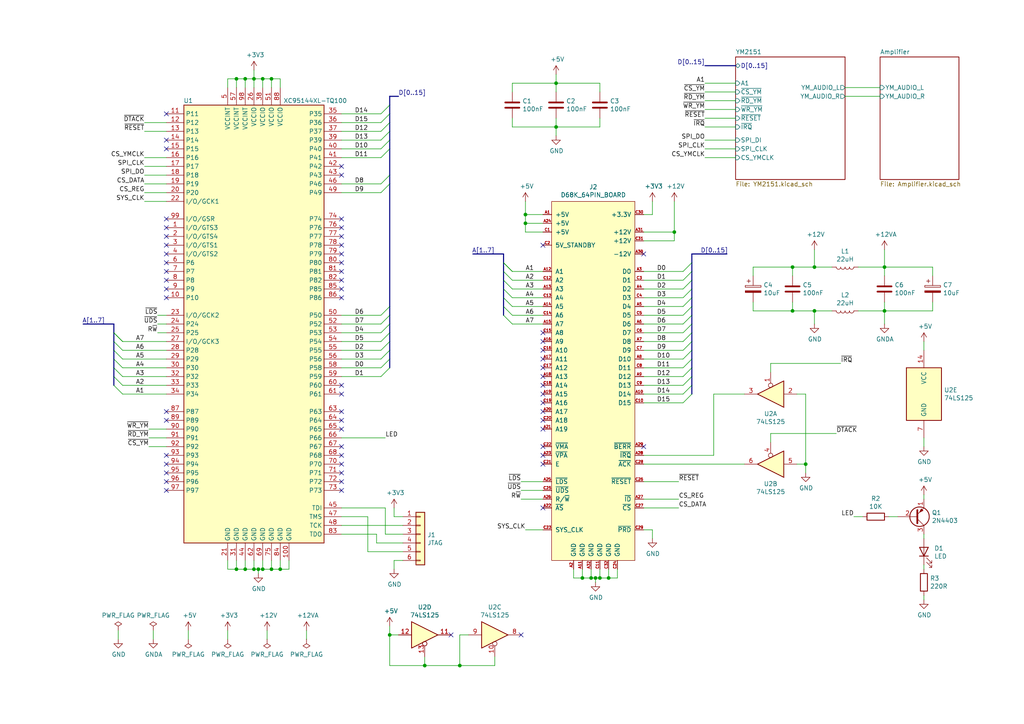
<source format=kicad_sch>
(kicad_sch (version 20230121) (generator eeschema)
  (paper "A4")
  (lib_symbols
    (symbol "74xx:74LS125" (pin_names (offset 1.016))
      (property "Reference" "U" (at 0 1.27 0))
      (property "Value" "74LS125" (at 0 -1.27 0))
      (symbol "74LS125_1_0"
        (pin input inverted (at 0 -6.35 90) (length 4.445) (name "~") (number "1"))
        (pin input line (at -7.62 0 0) (length 3.81) (name "~") (number "2"))
        (pin tri_state line (at 7.62 0 180) (length 3.81) (name "~") (number "3"))
      )
      (symbol "74LS125_2_0"
        (pin input inverted (at 0 -6.35 90) (length 4.445) (name "~") (number "4"))
        (pin input line (at -7.62 0 0) (length 3.81) (name "~") (number "5"))
        (pin tri_state line (at 7.62 0 180) (length 3.81) (name "~") (number "6"))
      )
      (symbol "74LS125_3_0"
        (pin input inverted (at 0 -6.35 90) (length 4.445) (name "~") (number "10"))
        (pin tri_state line (at 7.62 0 180) (length 3.81) (name "~") (number "8"))
        (pin input line (at -7.62 0 0) (length 3.81) (name "~") (number "9"))
      )
      (symbol "74LS125_4_0"
        (pin tri_state line (at 7.62 0 180) (length 3.81) (name "~") (number "11"))
        (pin input line (at -7.62 0 0) (length 3.81) (name "~") (number "12"))
        (pin input inverted (at 0 -6.35 90) (length 4.445) (name "~") (number "13"))
      )
      (symbol "74LS125_5_0"
        (pin power_in line (at 0 12.7 270) (length 5.08) (name "VCC") (number "14"))
        (pin power_in line (at 0 -12.7 90) (length 5.08) (name "GND") (number "7"))
      )
    )
    (symbol "CPLD_Xilinx:XC95144XL-TQ100"
      (property "Reference" "U" (at -20.32 64.77 0))
      (property "Value" "XC95144XL-TQ100" (at -20.32 -64.77 0))
      (symbol "XC95144XL-TQ100_1_1"
        (pin bidirectional line (at -25.4 27.94 0) (length 5.08) (name "I/O/GTS3") (number "1"))
        (pin bidirectional line (at -25.4 7.62 0) (length 5.08) (name "P10") (number "10"))
        (pin power_in line (at 10.16 -68.58 90) (length 5.08) (name "GND") (number "100"))
        (pin bidirectional line (at -25.4 60.96 0) (length 5.08) (name "P11") (number "11"))
        (pin bidirectional line (at -25.4 58.42 0) (length 5.08) (name "P12") (number "12"))
        (pin bidirectional line (at -25.4 55.88 0) (length 5.08) (name "P13") (number "13"))
        (pin bidirectional line (at -25.4 53.34 0) (length 5.08) (name "P14") (number "14"))
        (pin bidirectional line (at -25.4 50.8 0) (length 5.08) (name "P15") (number "15"))
        (pin bidirectional line (at -25.4 48.26 0) (length 5.08) (name "P16") (number "16"))
        (pin bidirectional line (at -25.4 45.72 0) (length 5.08) (name "P17") (number "17"))
        (pin bidirectional line (at -25.4 43.18 0) (length 5.08) (name "P18") (number "18"))
        (pin bidirectional line (at -25.4 40.64 0) (length 5.08) (name "P19") (number "19"))
        (pin bidirectional line (at -25.4 25.4 0) (length 5.08) (name "I/O/GTS4") (number "2"))
        (pin bidirectional line (at -25.4 38.1 0) (length 5.08) (name "P20") (number "20"))
        (pin power_in line (at -7.62 -68.58 90) (length 5.08) (name "GND") (number "21"))
        (pin bidirectional line (at -25.4 35.56 0) (length 5.08) (name "I/O/GCK1") (number "22"))
        (pin bidirectional line (at -25.4 2.54 0) (length 5.08) (name "I/O/GCK2") (number "23"))
        (pin bidirectional line (at -25.4 0 0) (length 5.08) (name "P24") (number "24"))
        (pin bidirectional line (at -25.4 -2.54 0) (length 5.08) (name "P25") (number "25"))
        (pin power_in line (at 0 68.58 270) (length 5.08) (name "VCCIO") (number "26"))
        (pin bidirectional line (at -25.4 -5.08 0) (length 5.08) (name "I/O/GCK3") (number "27"))
        (pin bidirectional line (at -25.4 -7.62 0) (length 5.08) (name "P28") (number "28"))
        (pin bidirectional line (at -25.4 -10.16 0) (length 5.08) (name "P29") (number "29"))
        (pin bidirectional line (at -25.4 22.86 0) (length 5.08) (name "I/O/GTS1") (number "3"))
        (pin bidirectional line (at -25.4 -12.7 0) (length 5.08) (name "P30") (number "30"))
        (pin power_in line (at -5.08 -68.58 90) (length 5.08) (name "GND") (number "31"))
        (pin bidirectional line (at -25.4 -15.24 0) (length 5.08) (name "P32") (number "32"))
        (pin bidirectional line (at -25.4 -17.78 0) (length 5.08) (name "P33") (number "33"))
        (pin bidirectional line (at -25.4 -20.32 0) (length 5.08) (name "P34") (number "34"))
        (pin bidirectional line (at 25.4 60.96 180) (length 5.08) (name "P35") (number "35"))
        (pin bidirectional line (at 25.4 58.42 180) (length 5.08) (name "P36") (number "36"))
        (pin bidirectional line (at 25.4 55.88 180) (length 5.08) (name "P37") (number "37"))
        (pin power_in line (at 2.54 68.58 270) (length 5.08) (name "VCCIO") (number "38"))
        (pin bidirectional line (at 25.4 53.34 180) (length 5.08) (name "P39") (number "39"))
        (pin bidirectional line (at -25.4 20.32 0) (length 5.08) (name "I/O/GTS2") (number "4"))
        (pin bidirectional line (at 25.4 50.8 180) (length 5.08) (name "P40") (number "40"))
        (pin bidirectional line (at 25.4 48.26 180) (length 5.08) (name "P41") (number "41"))
        (pin bidirectional line (at 25.4 45.72 180) (length 5.08) (name "P42") (number "42"))
        (pin bidirectional line (at 25.4 43.18 180) (length 5.08) (name "P43") (number "43"))
        (pin power_in line (at -2.54 -68.58 90) (length 5.08) (name "GND") (number "44"))
        (pin input line (at 25.4 -53.34 180) (length 5.08) (name "TDI") (number "45"))
        (pin bidirectional line (at 25.4 40.64 180) (length 5.08) (name "P46") (number "46"))
        (pin input line (at 25.4 -55.88 180) (length 5.08) (name "TMS") (number "47"))
        (pin input line (at 25.4 -58.42 180) (length 5.08) (name "TCK") (number "48"))
        (pin bidirectional line (at 25.4 38.1 180) (length 5.08) (name "P49") (number "49"))
        (pin power_in line (at -7.62 68.58 270) (length 5.08) (name "VCCINT") (number "5"))
        (pin bidirectional line (at 25.4 2.54 180) (length 5.08) (name "P50") (number "50"))
        (pin power_in line (at 5.08 68.58 270) (length 5.08) (name "VCCIO") (number "51"))
        (pin bidirectional line (at 25.4 0 180) (length 5.08) (name "P52") (number "52"))
        (pin bidirectional line (at 25.4 -2.54 180) (length 5.08) (name "P53") (number "53"))
        (pin bidirectional line (at 25.4 -5.08 180) (length 5.08) (name "P54") (number "54"))
        (pin bidirectional line (at 25.4 -7.62 180) (length 5.08) (name "P55") (number "55"))
        (pin bidirectional line (at 25.4 -10.16 180) (length 5.08) (name "P56") (number "56"))
        (pin power_in line (at -5.08 68.58 270) (length 5.08) (name "VCCINT") (number "57"))
        (pin bidirectional line (at 25.4 -12.7 180) (length 5.08) (name "P58") (number "58"))
        (pin bidirectional line (at 25.4 -15.24 180) (length 5.08) (name "P59") (number "59"))
        (pin bidirectional line (at -25.4 17.78 0) (length 5.08) (name "P6") (number "6"))
        (pin bidirectional line (at 25.4 -17.78 180) (length 5.08) (name "P60") (number "60"))
        (pin bidirectional line (at 25.4 -20.32 180) (length 5.08) (name "P61") (number "61"))
        (pin power_in line (at 0 -68.58 90) (length 5.08) (name "GND") (number "62"))
        (pin bidirectional line (at 25.4 -25.4 180) (length 5.08) (name "P63") (number "63"))
        (pin bidirectional line (at 25.4 -27.94 180) (length 5.08) (name "P64") (number "64"))
        (pin bidirectional line (at 25.4 -30.48 180) (length 5.08) (name "P65") (number "65"))
        (pin bidirectional line (at 25.4 -33.02 180) (length 5.08) (name "P66") (number "66"))
        (pin bidirectional line (at 25.4 -35.56 180) (length 5.08) (name "P67") (number "67"))
        (pin bidirectional line (at 25.4 -38.1 180) (length 5.08) (name "P68") (number "68"))
        (pin power_in line (at 2.54 -68.58 90) (length 5.08) (name "GND") (number "69"))
        (pin bidirectional line (at -25.4 15.24 0) (length 5.08) (name "P7") (number "7"))
        (pin bidirectional line (at 25.4 -40.64 180) (length 5.08) (name "P70") (number "70"))
        (pin bidirectional line (at 25.4 -43.18 180) (length 5.08) (name "P71") (number "71"))
        (pin bidirectional line (at 25.4 -45.72 180) (length 5.08) (name "P72") (number "72"))
        (pin bidirectional line (at 25.4 -48.26 180) (length 5.08) (name "P73") (number "73"))
        (pin bidirectional line (at 25.4 30.48 180) (length 5.08) (name "P74") (number "74"))
        (pin power_in line (at 5.08 -68.58 90) (length 5.08) (name "GND") (number "75"))
        (pin bidirectional line (at 25.4 27.94 180) (length 5.08) (name "P76") (number "76"))
        (pin bidirectional line (at 25.4 25.4 180) (length 5.08) (name "P77") (number "77"))
        (pin bidirectional line (at 25.4 22.86 180) (length 5.08) (name "P78") (number "78"))
        (pin bidirectional line (at 25.4 20.32 180) (length 5.08) (name "P79") (number "79"))
        (pin bidirectional line (at -25.4 12.7 0) (length 5.08) (name "P8") (number "8"))
        (pin bidirectional line (at 25.4 17.78 180) (length 5.08) (name "P80") (number "80"))
        (pin bidirectional line (at 25.4 15.24 180) (length 5.08) (name "P81") (number "81"))
        (pin bidirectional line (at 25.4 12.7 180) (length 5.08) (name "P82") (number "82"))
        (pin output line (at 25.4 -60.96 180) (length 5.08) (name "TDO") (number "83"))
        (pin power_in line (at 7.62 -68.58 90) (length 5.08) (name "GND") (number "84"))
        (pin bidirectional line (at 25.4 10.16 180) (length 5.08) (name "P85") (number "85"))
        (pin bidirectional line (at 25.4 7.62 180) (length 5.08) (name "P86") (number "86"))
        (pin bidirectional line (at -25.4 -25.4 0) (length 5.08) (name "P87") (number "87"))
        (pin power_in line (at 7.62 68.58 270) (length 5.08) (name "VCCIO") (number "88"))
        (pin bidirectional line (at -25.4 -27.94 0) (length 5.08) (name "P89") (number "89"))
        (pin bidirectional line (at -25.4 10.16 0) (length 5.08) (name "P9") (number "9"))
        (pin bidirectional line (at -25.4 -30.48 0) (length 5.08) (name "P90") (number "90"))
        (pin bidirectional line (at -25.4 -33.02 0) (length 5.08) (name "P91") (number "91"))
        (pin bidirectional line (at -25.4 -35.56 0) (length 5.08) (name "P92") (number "92"))
        (pin bidirectional line (at -25.4 -38.1 0) (length 5.08) (name "P93") (number "93"))
        (pin bidirectional line (at -25.4 -40.64 0) (length 5.08) (name "P94") (number "94"))
        (pin bidirectional line (at -25.4 -43.18 0) (length 5.08) (name "P95") (number "95"))
        (pin bidirectional line (at -25.4 -45.72 0) (length 5.08) (name "P96") (number "96"))
        (pin bidirectional line (at -25.4 -48.26 0) (length 5.08) (name "P97") (number "97"))
        (pin power_in line (at -2.54 68.58 270) (length 5.08) (name "VCCINT") (number "98"))
        (pin bidirectional line (at -25.4 30.48 0) (length 5.08) (name "I/O/GSR") (number "99"))
      )
    )
    (symbol "Connector_Generic:Conn_01x06" (pin_names (offset 1.016) hide)
      (property "Reference" "J" (at 0 7.62 0))
      (property "Value" "Conn_01x06" (at 0 -10.16 0))
      (symbol "Conn_01x06_1_1"
        (pin passive line (at -5.08 5.08 0) (length 3.81) (name "Pin_1") (number "1"))
        (pin passive line (at -5.08 2.54 0) (length 3.81) (name "Pin_2") (number "2"))
        (pin passive line (at -5.08 0 0) (length 3.81) (name "Pin_3") (number "3"))
        (pin passive line (at -5.08 -2.54 0) (length 3.81) (name "Pin_4") (number "4"))
        (pin passive line (at -5.08 -5.08 0) (length 3.81) (name "Pin_5") (number "5"))
        (pin passive line (at -5.08 -7.62 0) (length 3.81) (name "Pin_6") (number "6"))
      )
    )
    (symbol "Ddraig:D68K_64PIN_BOARD" (pin_names (offset 1.016))
      (property "Reference" "J" (at -11.43 53.34 0))
      (property "Value" "D68K_64PIN_BOARD" (at -2.54 50.8 0))
      (symbol "D68K_64PIN_BOARD_1_1"
        (pin power_in line (at -15.24 44.45 0) (length 2.54) (name "+5V") (number "A1"))
        (pin bidirectional line (at 13.97 -7.62 180) (length 2.54) (name "D14") (number "A10"))
        (pin power_in line (at -3.81 -58.42 90) (length 2.54) (name "GND") (number "A11"))
        (pin output line (at -15.24 27.94 0) (length 2.54) (name "A1") (number "A12"))
        (pin output line (at -15.24 22.86 0) (length 2.54) (name "A3") (number "A13"))
        (pin output line (at -15.24 17.78 0) (length 2.54) (name "A5") (number "A14"))
        (pin output line (at -15.24 12.7 0) (length 2.54) (name "A7") (number "A15"))
        (pin output line (at -15.24 7.62 0) (length 2.54) (name "A9") (number "A16"))
        (pin output line (at -15.24 2.54 0) (length 2.54) (name "A11") (number "A17"))
        (pin output line (at -15.24 -2.54 0) (length 2.54) (name "A13") (number "A18"))
        (pin output line (at -15.24 -7.62 0) (length 2.54) (name "A15") (number "A19"))
        (pin power_in line (at -6.35 -58.42 90) (length 2.54) (name "GND") (number "A2"))
        (pin output line (at -15.24 -12.7 0) (length 2.54) (name "A17") (number "A20"))
        (pin output line (at -15.24 -17.78 0) (length 2.54) (name "A19") (number "A21"))
        (pin output line (at -15.24 -40.64 0) (length 2.54) (name "~{AS}") (number "A22"))
        (pin output line (at -15.24 -25.4 0) (length 2.54) (name "~{VPA}") (number "A23"))
        (pin power_in line (at -15.24 41.91 0) (length 2.54) (name "+5V") (number "A24"))
        (pin output line (at -15.24 -33.02 0) (length 2.54) (name "~{LDS}") (number "A25"))
        (pin output line (at -15.24 -38.1 0) (length 2.54) (name "R/~{W}") (number "A26"))
        (pin output line (at 13.97 -38.1 180) (length 2.54) (name "~{ID}") (number "A27"))
        (pin input line (at 13.97 -25.4 180) (length 2.54) (name "~{IRQ}") (number "A28"))
        (pin input line (at 13.97 -22.86 180) (length 2.54) (name "~{BERR}") (number "A29"))
        (pin bidirectional line (at 13.97 27.94 180) (length 2.54) (name "D0") (number "A3"))
        (pin power_in line (at 13.97 33.02 180) (length 2.54) (name "-12V") (number "A30"))
        (pin power_in line (at 13.97 39.37 180) (length 2.54) (name "+12V") (number "A31"))
        (pin power_in line (at -1.27 -58.42 90) (length 2.54) (name "GND") (number "A32"))
        (pin bidirectional line (at 13.97 22.86 180) (length 2.54) (name "D2") (number "A4"))
        (pin bidirectional line (at 13.97 17.78 180) (length 2.54) (name "D4") (number "A5"))
        (pin bidirectional line (at 13.97 12.7 180) (length 2.54) (name "D6") (number "A6"))
        (pin bidirectional line (at 13.97 7.62 180) (length 2.54) (name "D8") (number "A7"))
        (pin bidirectional line (at 13.97 2.54 180) (length 2.54) (name "D10") (number "A8"))
        (pin bidirectional line (at 13.97 -2.54 180) (length 2.54) (name "D12") (number "A9"))
        (pin power_in line (at -15.24 39.37 0) (length 2.54) (name "+5V") (number "C1"))
        (pin bidirectional line (at 13.97 -10.16 180) (length 2.54) (name "D15") (number "C10"))
        (pin power_in line (at 1.27 -58.42 90) (length 2.54) (name "GND") (number "C11"))
        (pin output line (at -15.24 25.4 0) (length 2.54) (name "A2") (number "C12"))
        (pin output line (at -15.24 20.32 0) (length 2.54) (name "A4") (number "C13"))
        (pin output line (at -15.24 15.24 0) (length 2.54) (name "A6") (number "C14"))
        (pin output line (at -15.24 10.16 0) (length 2.54) (name "A8") (number "C15"))
        (pin output line (at -15.24 5.08 0) (length 2.54) (name "A10") (number "C16"))
        (pin output line (at -15.24 0 0) (length 2.54) (name "A12") (number "C17"))
        (pin output line (at -15.24 -5.08 0) (length 2.54) (name "A14") (number "C18"))
        (pin output line (at -15.24 -10.16 0) (length 2.54) (name "A16") (number "C19"))
        (pin power_in line (at -15.24 35.56 0) (length 2.54) (name "5V_STANDBY") (number "C2"))
        (pin output line (at -15.24 -15.24 0) (length 2.54) (name "A18") (number "C20"))
        (pin output line (at -15.24 -27.94 0) (length 2.54) (name "E") (number "C21"))
        (pin output line (at -15.24 -22.86 0) (length 2.54) (name "~{VMA}") (number "C22"))
        (pin output line (at -15.24 -46.99 0) (length 2.54) (name "SYS_CLK") (number "C23"))
        (pin power_in line (at 6.35 -58.42 90) (length 2.54) (name "GND") (number "C24"))
        (pin output line (at -15.24 -35.56 0) (length 2.54) (name "~{UDS}") (number "C25"))
        (pin output line (at 13.97 -33.02 180) (length 2.54) (name "~{RESET}") (number "C26"))
        (pin output line (at 13.97 -40.64 180) (length 2.54) (name "~{CS}") (number "C27"))
        (pin input line (at 13.97 -27.94 180) (length 2.54) (name "~{ACK}") (number "C28"))
        (pin passive line (at 13.97 -46.99 180) (length 2.54) (name "~{PRD}") (number "C29"))
        (pin bidirectional line (at 13.97 25.4 180) (length 2.54) (name "D1") (number "C3"))
        (pin power_in line (at 13.97 44.45 180) (length 2.54) (name "+3.3V") (number "C30"))
        (pin power_in line (at 13.97 36.83 180) (length 2.54) (name "+12V") (number "C31"))
        (pin power_in line (at 3.81 -58.42 90) (length 2.54) (name "GND") (number "C32"))
        (pin bidirectional line (at 13.97 20.32 180) (length 2.54) (name "D3") (number "C4"))
        (pin bidirectional line (at 13.97 15.24 180) (length 2.54) (name "D5") (number "C5"))
        (pin bidirectional line (at 13.97 10.16 180) (length 2.54) (name "D7") (number "C6"))
        (pin bidirectional line (at 13.97 5.08 180) (length 2.54) (name "D9") (number "C7"))
        (pin bidirectional line (at 13.97 0 180) (length 2.54) (name "D11") (number "C8"))
        (pin bidirectional line (at 13.97 -5.08 180) (length 2.54) (name "D13") (number "C9"))
      )
    )
    (symbol "Device:C" (pin_numbers hide) (pin_names (offset 0.254))
      (property "Reference" "C" (at 0.635 2.54 0))
      (property "Value" "C" (at 0.635 -2.54 0))
      (symbol "C_1_1"
        (pin passive line (at 0 3.81 270) (length 2.794) (name "~") (number "1"))
        (pin passive line (at 0 -3.81 90) (length 2.794) (name "~") (number "2"))
      )
    )
    (symbol "Device:C_Polarized" (pin_numbers hide) (pin_names (offset 0.254))
      (property "Reference" "C" (at 0.635 2.54 0))
      (property "Value" "C_Polarized" (at 0.635 -2.54 0))
      (symbol "C_Polarized_1_1"
        (pin passive line (at 0 3.81 270) (length 2.794) (name "~") (number "1"))
        (pin passive line (at 0 -3.81 90) (length 2.794) (name "~") (number "2"))
      )
    )
    (symbol "Device:L" (pin_numbers hide) (pin_names (offset 1.016) hide)
      (property "Reference" "L" (at -1.27 0 90))
      (property "Value" "L" (at 1.905 0 90))
      (symbol "L_1_1"
        (pin passive line (at 0 3.81 270) (length 1.27) (name "1") (number "1"))
        (pin passive line (at 0 -3.81 90) (length 1.27) (name "2") (number "2"))
      )
    )
    (symbol "Device:LED" (pin_numbers hide) (pin_names (offset 1.016) hide)
      (property "Reference" "D" (at 0 2.54 0))
      (property "Value" "LED" (at 0 -2.54 0))
      (symbol "LED_1_1"
        (pin passive line (at -3.81 0 0) (length 2.54) (name "K") (number "1"))
        (pin passive line (at 3.81 0 180) (length 2.54) (name "A") (number "2"))
      )
    )
    (symbol "Device:Q_PNP_EBC" (pin_names (offset 0) hide)
      (property "Reference" "Q" (at 5.08 1.27 0))
      (property "Value" "Q_PNP_EBC" (at 5.08 -1.27 0))
      (symbol "Q_PNP_EBC_1_1"
        (pin passive line (at 2.54 -5.08 90) (length 2.54) (name "E") (number "1"))
        (pin input line (at -5.08 0 0) (length 5.715) (name "B") (number "2"))
        (pin passive line (at 2.54 5.08 270) (length 2.54) (name "C") (number "3"))
      )
    )
    (symbol "Device:R" (pin_numbers hide) (pin_names (offset 0))
      (property "Reference" "R" (at 2.032 0 90))
      (property "Value" "R" (at 0 0 90))
      (symbol "R_1_1"
        (pin passive line (at 0 3.81 270) (length 1.27) (name "~") (number "1"))
        (pin passive line (at 0 -3.81 90) (length 1.27) (name "~") (number "2"))
      )
    )
    (symbol "power:+12V" (power) (pin_names (offset 0))
      (property "Value" "+12V" (at 0 3.556 0))
      (symbol "+12V_1_1"
        (pin power_in line (at 0 0 90) (length 0) hide (name "+12V") (number "1"))
      )
    )
    (symbol "power:+12VA" (power) (pin_names (offset 0))
      (property "Value" "+12VA" (at 0 3.556 0))
      (symbol "+12VA_1_1"
        (pin power_in line (at 0 0 90) (length 0) hide (name "+12VA") (number "1"))
      )
    )
    (symbol "power:+3V3" (power) (pin_names (offset 0))
      (property "Value" "+3V3" (at 0 3.556 0))
      (symbol "+3V3_1_1"
        (pin power_in line (at 0 0 90) (length 0) hide (name "+3V3") (number "1"))
      )
    )
    (symbol "power:+5V" (power) (pin_names (offset 0))
      (property "Value" "+5V" (at 0 3.556 0))
      (symbol "+5V_1_1"
        (pin power_in line (at 0 0 90) (length 0) hide (name "+5V") (number "1"))
      )
    )
    (symbol "power:GND" (power) (pin_names (offset 0))
      (property "Value" "GND" (at 0 -3.81 0))
      (symbol "GND_1_1"
        (pin power_in line (at 0 0 270) (length 0) hide (name "GND") (number "1"))
      )
    )
    (symbol "power:GNDA" (power) (pin_names (offset 0))
      (property "Value" "GNDA" (at 0 -3.81 0))
      (symbol "GNDA_1_1"
        (pin power_in line (at 0 0 270) (length 0) hide (name "GNDA") (number "1"))
      )
    )
    (symbol "power:PWR_FLAG" (power) (pin_numbers hide) (pin_names (offset 0) hide)
      (property "Value" "PWR_FLAG" (at 0 3.81 0))
      (symbol "PWR_FLAG_0_0"
        (pin power_out line (at 0 0 90) (length 0) (name "pwr") (number "1"))
      )
    )
  )
  (junction (at 68.58 165.1))
  (junction (at 236.22 90.17))
  (junction (at 123.19 193.04))
  (junction (at 229.87 90.17))
  (junction (at 172.72 167.64))
  (junction (at 76.2 22.86))
  (junction (at 256.54 77.47))
  (junction (at 68.58 22.86))
  (junction (at 71.12 22.86))
  (junction (at 71.12 165.1))
  (junction (at 78.74 165.1))
  (junction (at 195.58 67.31))
  (junction (at 173.99 167.64))
  (junction (at 81.28 165.1))
  (junction (at 236.22 77.47))
  (junction (at 74.93 165.1))
  (junction (at 73.66 165.1))
  (junction (at 229.87 77.47))
  (junction (at 76.2 165.1))
  (junction (at 133.35 193.04))
  (junction (at 152.4 62.23))
  (junction (at 161.29 36.83))
  (junction (at 256.54 90.17))
  (junction (at 176.53 167.64))
  (junction (at 161.29 24.13))
  (junction (at 171.45 167.64))
  (junction (at 73.66 22.86))
  (junction (at 113.03 184.15))
  (junction (at 233.68 134.62))
  (junction (at 152.4 64.77))
  (junction (at 78.74 22.86))
  (junction (at 168.91 167.64))
  (no_connect (at 157.48 101.6))
  (no_connect (at 99.06 76.2))
  (no_connect (at 99.06 119.38))
  (no_connect (at 48.26 33.02))
  (no_connect (at 48.26 132.08))
  (no_connect (at 48.26 40.64))
  (no_connect (at 157.48 124.46))
  (no_connect (at 186.69 73.66))
  (no_connect (at 48.26 81.28))
  (no_connect (at 99.06 137.16))
  (no_connect (at 48.26 83.82))
  (no_connect (at 99.06 142.24))
  (no_connect (at 48.26 134.62))
  (no_connect (at 48.26 137.16))
  (no_connect (at 99.06 139.7))
  (no_connect (at 99.06 63.5))
  (no_connect (at 157.48 119.38))
  (no_connect (at 99.06 129.54))
  (no_connect (at 157.48 114.3))
  (no_connect (at 48.26 66.04))
  (no_connect (at 99.06 48.26))
  (no_connect (at 48.26 63.5))
  (no_connect (at 48.26 86.36))
  (no_connect (at 157.48 99.06))
  (no_connect (at 157.48 106.68))
  (no_connect (at 157.48 147.32))
  (no_connect (at 48.26 142.24))
  (no_connect (at 151.13 184.15))
  (no_connect (at 99.06 124.46))
  (no_connect (at 157.48 111.76))
  (no_connect (at 48.26 71.12))
  (no_connect (at 99.06 134.62))
  (no_connect (at 99.06 68.58))
  (no_connect (at 99.06 73.66))
  (no_connect (at 157.48 121.92))
  (no_connect (at 157.48 132.08))
  (no_connect (at 99.06 132.08))
  (no_connect (at 99.06 121.92))
  (no_connect (at 130.81 184.15))
  (no_connect (at 157.48 109.22))
  (no_connect (at 157.48 96.52))
  (no_connect (at 48.26 121.92))
  (no_connect (at 157.48 134.62))
  (no_connect (at 157.48 129.54))
  (no_connect (at 48.26 78.74))
  (no_connect (at 99.06 86.36))
  (no_connect (at 99.06 71.12))
  (no_connect (at 99.06 114.3))
  (no_connect (at 186.69 129.54))
  (no_connect (at 99.06 78.74))
  (no_connect (at 48.26 139.7))
  (no_connect (at 157.48 116.84))
  (no_connect (at 157.48 104.14))
  (no_connect (at 48.26 76.2))
  (no_connect (at 48.26 68.58))
  (no_connect (at 99.06 81.28))
  (no_connect (at 48.26 43.18))
  (no_connect (at 99.06 83.82))
  (no_connect (at 99.06 66.04))
  (no_connect (at 99.06 111.76))
  (no_connect (at 48.26 119.38))
  (no_connect (at 157.48 71.12))
  (no_connect (at 48.26 73.66))
  (no_connect (at 99.06 50.8))
  (bus_entry (at 33.02 96.52) (size 2.54 2.54))
  (bus_entry (at 146.05 76.2) (size 2.54 2.54))
  (bus_entry (at 33.02 96.52) (size 2.54 2.54))
  (bus_entry (at 146.05 88.9) (size 2.54 2.54))
  (bus_entry (at 113.03 35.56) (size -2.54 2.54))
  (bus_entry (at 200.66 104.14) (size -2.54 2.54))
  (bus_entry (at 33.02 101.6) (size 2.54 2.54))
  (bus_entry (at 200.66 76.2) (size -2.54 2.54))
  (bus_entry (at 200.66 106.68) (size -2.54 2.54))
  (bus_entry (at 113.03 101.6) (size -2.54 2.54))
  (bus_entry (at 200.66 78.74) (size -2.54 2.54))
  (bus_entry (at 200.66 111.76) (size -2.54 2.54))
  (bus_entry (at 200.66 88.9) (size -2.54 2.54))
  (bus_entry (at 146.05 83.82) (size 2.54 2.54))
  (bus_entry (at 146.05 76.2) (size 2.54 2.54))
  (bus_entry (at 33.02 106.68) (size 2.54 2.54))
  (bus_entry (at 113.03 40.64) (size -2.54 2.54))
  (bus_entry (at 200.66 109.22) (size -2.54 2.54))
  (bus_entry (at 113.03 33.02) (size -2.54 2.54))
  (bus_entry (at 113.03 43.18) (size -2.54 2.54))
  (bus_entry (at 113.03 30.48) (size -2.54 2.54))
  (bus_entry (at 200.66 91.44) (size -2.54 2.54))
  (bus_entry (at 33.02 111.76) (size 2.54 2.54))
  (bus_entry (at 113.03 93.98) (size -2.54 2.54))
  (bus_entry (at 200.66 114.3) (size -2.54 2.54))
  (bus_entry (at 200.66 96.52) (size -2.54 2.54))
  (bus_entry (at 113.03 99.06) (size -2.54 2.54))
  (bus_entry (at 146.05 86.36) (size 2.54 2.54))
  (bus_entry (at 113.03 104.14) (size -2.54 2.54))
  (bus_entry (at 33.02 104.14) (size 2.54 2.54))
  (bus_entry (at 146.05 81.28) (size 2.54 2.54))
  (bus_entry (at 200.66 101.6) (size -2.54 2.54))
  (bus_entry (at 200.66 93.98) (size -2.54 2.54))
  (bus_entry (at 146.05 91.44) (size 2.54 2.54))
  (bus_entry (at 200.66 99.06) (size -2.54 2.54))
  (bus_entry (at 113.03 53.34) (size -2.54 2.54))
  (bus_entry (at 146.05 78.74) (size 2.54 2.54))
  (bus_entry (at 113.03 38.1) (size -2.54 2.54))
  (bus_entry (at 33.02 99.06) (size 2.54 2.54))
  (bus_entry (at 200.66 86.36) (size -2.54 2.54))
  (bus_entry (at 113.03 88.9) (size -2.54 2.54))
  (bus_entry (at 33.02 109.22) (size 2.54 2.54))
  (bus_entry (at 113.03 50.8) (size -2.54 2.54))
  (bus_entry (at 200.66 81.28) (size -2.54 2.54))
  (bus_entry (at 113.03 96.52) (size -2.54 2.54))
  (bus_entry (at 113.03 91.44) (size -2.54 2.54))
  (bus_entry (at 200.66 83.82) (size -2.54 2.54))
  (bus_entry (at 113.03 106.68) (size -2.54 2.54))
  (bus (pts (xy 113.03 96.52) (xy 113.03 99.06)))
  (wire (pts (xy 196.85 144.78) (xy 186.69 144.78)))
  (wire (pts (xy 148.59 83.82) (xy 157.48 83.82)))
  (bus (pts (xy 200.66 109.22) (xy 200.66 111.76)))
  (wire (pts (xy 133.35 184.15) (xy 133.35 193.04)))
  (bus (pts (xy 113.03 30.48) (xy 113.03 33.02)))
  (wire (pts (xy 113.03 184.15) (xy 115.57 184.15)))
  (wire (pts (xy 99.06 33.02) (xy 110.49 33.02)))
  (wire (pts (xy 186.69 139.7) (xy 196.85 139.7)))
  (wire (pts (xy 41.91 38.1) (xy 48.26 38.1)))
  (bus (pts (xy 113.03 88.9) (xy 113.03 91.44)))
  (wire (pts (xy 172.72 168.91) (xy 172.72 167.64)))
  (wire (pts (xy 66.04 22.86) (xy 66.04 25.4)))
  (wire (pts (xy 256.54 80.01) (xy 256.54 77.47)))
  (bus (pts (xy 200.66 93.98) (xy 200.66 96.52)))
  (wire (pts (xy 74.93 165.1) (xy 76.2 165.1)))
  (bus (pts (xy 113.03 99.06) (xy 113.03 101.6)))
  (wire (pts (xy 218.44 90.17) (xy 229.87 90.17)))
  (wire (pts (xy 148.59 36.83) (xy 161.29 36.83)))
  (wire (pts (xy 148.59 88.9) (xy 157.48 88.9)))
  (wire (pts (xy 68.58 162.56) (xy 68.58 165.1)))
  (wire (pts (xy 78.74 25.4) (xy 78.74 22.86)))
  (wire (pts (xy 247.65 149.86) (xy 250.19 149.86)))
  (wire (pts (xy 256.54 87.63) (xy 256.54 90.17)))
  (wire (pts (xy 48.26 48.26) (xy 41.91 48.26)))
  (wire (pts (xy 68.58 25.4) (xy 68.58 22.86)))
  (wire (pts (xy 83.82 165.1) (xy 83.82 162.56)))
  (wire (pts (xy 35.56 104.14) (xy 48.26 104.14)))
  (wire (pts (xy 195.58 67.31) (xy 195.58 58.42)))
  (wire (pts (xy 161.29 36.83) (xy 161.29 39.37)))
  (wire (pts (xy 157.48 64.77) (xy 152.4 64.77)))
  (wire (pts (xy 176.53 165.1) (xy 176.53 167.64)))
  (wire (pts (xy 256.54 72.39) (xy 256.54 77.47)))
  (wire (pts (xy 41.91 53.34) (xy 48.26 53.34)))
  (bus (pts (xy 33.02 93.98) (xy 24.13 93.98)))
  (wire (pts (xy 152.4 62.23) (xy 152.4 58.42)))
  (wire (pts (xy 133.35 193.04) (xy 143.51 193.04)))
  (wire (pts (xy 76.2 25.4) (xy 76.2 22.86)))
  (wire (pts (xy 186.69 106.68) (xy 198.12 106.68)))
  (wire (pts (xy 186.69 83.82) (xy 198.12 83.82)))
  (wire (pts (xy 68.58 22.86) (xy 66.04 22.86)))
  (bus (pts (xy 113.03 53.34) (xy 113.03 88.9)))
  (wire (pts (xy 270.51 77.47) (xy 270.51 80.01)))
  (wire (pts (xy 76.2 165.1) (xy 78.74 165.1)))
  (wire (pts (xy 204.47 43.18) (xy 213.36 43.18)))
  (wire (pts (xy 223.52 125.73) (xy 242.57 125.73)))
  (wire (pts (xy 148.59 36.83) (xy 148.59 34.29)))
  (wire (pts (xy 123.19 193.04) (xy 133.35 193.04)))
  (wire (pts (xy 229.87 90.17) (xy 236.22 90.17)))
  (wire (pts (xy 78.74 162.56) (xy 78.74 165.1)))
  (wire (pts (xy 173.99 167.64) (xy 176.53 167.64)))
  (wire (pts (xy 204.47 31.75) (xy 213.36 31.75)))
  (wire (pts (xy 236.22 72.39) (xy 236.22 77.47)))
  (wire (pts (xy 35.56 106.68) (xy 48.26 106.68)))
  (bus (pts (xy 200.66 101.6) (xy 200.66 104.14)))
  (wire (pts (xy 173.99 26.67) (xy 173.99 24.13)))
  (bus (pts (xy 200.66 88.9) (xy 200.66 91.44)))
  (wire (pts (xy 99.06 38.1) (xy 110.49 38.1)))
  (wire (pts (xy 76.2 22.86) (xy 73.66 22.86)))
  (wire (pts (xy 48.26 91.44) (xy 45.72 91.44)))
  (wire (pts (xy 66.04 162.56) (xy 66.04 165.1)))
  (wire (pts (xy 114.3 165.1) (xy 114.3 162.56)))
  (wire (pts (xy 48.26 96.52) (xy 45.72 96.52)))
  (wire (pts (xy 248.92 90.17) (xy 256.54 90.17)))
  (wire (pts (xy 260.35 149.86) (xy 257.81 149.86)))
  (wire (pts (xy 233.68 134.62) (xy 233.68 114.3)))
  (wire (pts (xy 78.74 165.1) (xy 81.28 165.1)))
  (bus (pts (xy 113.03 43.18) (xy 113.03 50.8)))
  (wire (pts (xy 161.29 24.13) (xy 148.59 24.13)))
  (wire (pts (xy 45.72 93.98) (xy 48.26 93.98)))
  (wire (pts (xy 48.26 129.54) (xy 43.18 129.54)))
  (bus (pts (xy 200.66 111.76) (xy 200.66 114.3)))
  (wire (pts (xy 207.01 132.08) (xy 207.01 114.3)))
  (wire (pts (xy 135.89 184.15) (xy 133.35 184.15)))
  (wire (pts (xy 113.03 181.61) (xy 113.03 184.15)))
  (wire (pts (xy 109.22 157.48) (xy 116.84 157.48)))
  (wire (pts (xy 148.59 93.98) (xy 157.48 93.98)))
  (wire (pts (xy 44.45 185.42) (xy 44.45 182.88)))
  (wire (pts (xy 81.28 162.56) (xy 81.28 165.1)))
  (bus (pts (xy 33.02 101.6) (xy 33.02 104.14)))
  (wire (pts (xy 41.91 55.88) (xy 48.26 55.88)))
  (wire (pts (xy 76.2 162.56) (xy 76.2 165.1)))
  (wire (pts (xy 267.97 163.83) (xy 267.97 165.1)))
  (wire (pts (xy 73.66 25.4) (xy 73.66 22.86)))
  (wire (pts (xy 88.9 182.88) (xy 88.9 185.42)))
  (wire (pts (xy 186.69 109.22) (xy 198.12 109.22)))
  (wire (pts (xy 48.26 124.46) (xy 43.18 124.46)))
  (wire (pts (xy 35.56 109.22) (xy 48.26 109.22)))
  (bus (pts (xy 113.03 104.14) (xy 113.03 106.68)))
  (wire (pts (xy 114.3 162.56) (xy 116.84 162.56)))
  (bus (pts (xy 200.66 73.66) (xy 210.82 73.66)))
  (wire (pts (xy 99.06 40.64) (xy 110.49 40.64)))
  (wire (pts (xy 179.07 167.64) (xy 179.07 165.1)))
  (wire (pts (xy 148.59 24.13) (xy 148.59 26.67)))
  (wire (pts (xy 186.69 134.62) (xy 215.9 134.62)))
  (wire (pts (xy 161.29 24.13) (xy 161.29 26.67)))
  (wire (pts (xy 74.93 166.37) (xy 74.93 165.1)))
  (wire (pts (xy 78.74 22.86) (xy 76.2 22.86)))
  (wire (pts (xy 109.22 154.94) (xy 109.22 157.48)))
  (wire (pts (xy 186.69 99.06) (xy 198.12 99.06)))
  (wire (pts (xy 168.91 165.1) (xy 168.91 167.64)))
  (wire (pts (xy 233.68 114.3) (xy 231.14 114.3)))
  (wire (pts (xy 204.47 40.64) (xy 213.36 40.64)))
  (wire (pts (xy 186.69 114.3) (xy 198.12 114.3)))
  (wire (pts (xy 99.06 93.98) (xy 110.49 93.98)))
  (bus (pts (xy 204.47 19.05) (xy 213.36 19.05)))
  (wire (pts (xy 68.58 165.1) (xy 71.12 165.1)))
  (bus (pts (xy 113.03 91.44) (xy 113.03 93.98)))
  (wire (pts (xy 204.47 34.29) (xy 213.36 34.29)))
  (wire (pts (xy 229.87 87.63) (xy 229.87 90.17)))
  (wire (pts (xy 99.06 91.44) (xy 110.49 91.44)))
  (wire (pts (xy 204.47 26.67) (xy 213.36 26.67)))
  (bus (pts (xy 200.66 106.68) (xy 200.66 109.22)))
  (bus (pts (xy 200.66 81.28) (xy 200.66 83.82)))
  (bus (pts (xy 146.05 76.2) (xy 146.05 78.74)))
  (wire (pts (xy 111.76 154.94) (xy 116.84 154.94)))
  (wire (pts (xy 143.51 193.04) (xy 143.51 190.5)))
  (bus (pts (xy 113.03 40.64) (xy 113.03 43.18)))
  (wire (pts (xy 152.4 67.31) (xy 152.4 64.77)))
  (wire (pts (xy 267.97 99.06) (xy 267.97 101.6)))
  (wire (pts (xy 157.48 153.67) (xy 152.4 153.67)))
  (bus (pts (xy 113.03 50.8) (xy 113.03 53.34)))
  (wire (pts (xy 186.69 101.6) (xy 198.12 101.6)))
  (wire (pts (xy 213.36 29.21) (xy 204.47 29.21)))
  (bus (pts (xy 200.66 99.06) (xy 200.66 101.6)))
  (wire (pts (xy 73.66 22.86) (xy 71.12 22.86)))
  (wire (pts (xy 43.18 127) (xy 48.26 127)))
  (wire (pts (xy 148.59 86.36) (xy 157.48 86.36)))
  (wire (pts (xy 157.48 142.24) (xy 151.13 142.24)))
  (wire (pts (xy 233.68 134.62) (xy 233.68 137.16)))
  (wire (pts (xy 35.56 101.6) (xy 48.26 101.6)))
  (wire (pts (xy 229.87 77.47) (xy 218.44 77.47)))
  (wire (pts (xy 99.06 45.72) (xy 110.49 45.72)))
  (wire (pts (xy 204.47 24.13) (xy 213.36 24.13)))
  (wire (pts (xy 186.69 81.28) (xy 198.12 81.28)))
  (wire (pts (xy 256.54 77.47) (xy 270.51 77.47)))
  (wire (pts (xy 186.69 147.32) (xy 196.85 147.32)))
  (wire (pts (xy 116.84 149.86) (xy 114.3 149.86)))
  (wire (pts (xy 99.06 149.86) (xy 106.68 149.86)))
  (wire (pts (xy 186.69 111.76) (xy 198.12 111.76)))
  (bus (pts (xy 146.05 78.74) (xy 146.05 81.28)))
  (bus (pts (xy 115.57 27.94) (xy 113.03 27.94)))
  (wire (pts (xy 189.23 153.67) (xy 186.69 153.67)))
  (wire (pts (xy 236.22 77.47) (xy 229.87 77.47)))
  (wire (pts (xy 34.29 185.42) (xy 34.29 182.88)))
  (wire (pts (xy 236.22 93.98) (xy 236.22 90.17)))
  (wire (pts (xy 81.28 22.86) (xy 78.74 22.86)))
  (wire (pts (xy 99.06 35.56) (xy 110.49 35.56)))
  (wire (pts (xy 186.69 96.52) (xy 198.12 96.52)))
  (wire (pts (xy 71.12 22.86) (xy 68.58 22.86)))
  (wire (pts (xy 173.99 34.29) (xy 173.99 36.83)))
  (bus (pts (xy 113.03 27.94) (xy 113.03 30.48)))
  (bus (pts (xy 33.02 96.52) (xy 33.02 99.06)))
  (wire (pts (xy 99.06 53.34) (xy 110.49 53.34)))
  (wire (pts (xy 157.48 67.31) (xy 152.4 67.31)))
  (bus (pts (xy 200.66 73.66) (xy 200.66 76.2)))
  (wire (pts (xy 218.44 77.47) (xy 218.44 80.01)))
  (wire (pts (xy 161.29 21.59) (xy 161.29 24.13)))
  (bus (pts (xy 113.03 35.56) (xy 113.03 38.1)))
  (wire (pts (xy 248.92 77.47) (xy 256.54 77.47)))
  (wire (pts (xy 171.45 167.64) (xy 172.72 167.64)))
  (wire (pts (xy 99.06 96.52) (xy 110.49 96.52)))
  (wire (pts (xy 48.26 58.42) (xy 41.91 58.42)))
  (wire (pts (xy 267.97 127) (xy 267.97 129.54)))
  (wire (pts (xy 41.91 45.72) (xy 48.26 45.72)))
  (bus (pts (xy 200.66 96.52) (xy 200.66 99.06)))
  (bus (pts (xy 33.02 109.22) (xy 33.02 111.76)))
  (wire (pts (xy 161.29 36.83) (xy 173.99 36.83)))
  (bus (pts (xy 200.66 91.44) (xy 200.66 93.98)))
  (wire (pts (xy 207.01 114.3) (xy 215.9 114.3)))
  (wire (pts (xy 186.69 86.36) (xy 198.12 86.36)))
  (wire (pts (xy 157.48 62.23) (xy 152.4 62.23)))
  (wire (pts (xy 113.03 193.04) (xy 113.03 184.15)))
  (wire (pts (xy 66.04 165.1) (xy 68.58 165.1)))
  (wire (pts (xy 189.23 62.23) (xy 189.23 58.42)))
  (wire (pts (xy 99.06 99.06) (xy 110.49 99.06)))
  (wire (pts (xy 123.19 193.04) (xy 113.03 193.04)))
  (wire (pts (xy 151.13 139.7) (xy 157.48 139.7)))
  (bus (pts (xy 33.02 106.68) (xy 33.02 109.22)))
  (wire (pts (xy 186.69 88.9) (xy 198.12 88.9)))
  (bus (pts (xy 200.66 83.82) (xy 200.66 86.36)))
  (bus (pts (xy 146.05 73.66) (xy 146.05 76.2)))
  (wire (pts (xy 71.12 162.56) (xy 71.12 165.1)))
  (wire (pts (xy 176.53 167.64) (xy 179.07 167.64)))
  (wire (pts (xy 236.22 77.47) (xy 241.3 77.47)))
  (wire (pts (xy 189.23 156.21) (xy 189.23 153.67)))
  (wire (pts (xy 152.4 64.77) (xy 152.4 62.23)))
  (wire (pts (xy 186.69 78.74) (xy 198.12 78.74)))
  (wire (pts (xy 66.04 185.42) (xy 66.04 182.88)))
  (wire (pts (xy 223.52 107.95) (xy 223.52 105.41)))
  (bus (pts (xy 200.66 104.14) (xy 200.66 106.68)))
  (wire (pts (xy 161.29 34.29) (xy 161.29 36.83)))
  (wire (pts (xy 171.45 165.1) (xy 171.45 167.64)))
  (wire (pts (xy 186.69 132.08) (xy 207.01 132.08)))
  (wire (pts (xy 71.12 25.4) (xy 71.12 22.86)))
  (wire (pts (xy 229.87 77.47) (xy 229.87 80.01)))
  (bus (pts (xy 200.66 86.36) (xy 200.66 88.9)))
  (wire (pts (xy 245.11 25.4) (xy 255.27 25.4)))
  (wire (pts (xy 195.58 69.85) (xy 195.58 67.31)))
  (wire (pts (xy 223.52 105.41) (xy 243.84 105.41)))
  (bus (pts (xy 33.02 99.06) (xy 33.02 101.6)))
  (wire (pts (xy 41.91 50.8) (xy 48.26 50.8)))
  (bus (pts (xy 146.05 81.28) (xy 146.05 83.82)))
  (wire (pts (xy 267.97 172.72) (xy 267.97 173.99)))
  (wire (pts (xy 223.52 128.27) (xy 223.52 125.73)))
  (wire (pts (xy 148.59 81.28) (xy 157.48 81.28)))
  (wire (pts (xy 173.99 165.1) (xy 173.99 167.64)))
  (wire (pts (xy 81.28 25.4) (xy 81.28 22.86)))
  (bus (pts (xy 113.03 93.98) (xy 113.03 96.52)))
  (wire (pts (xy 35.56 114.3) (xy 48.26 114.3)))
  (wire (pts (xy 148.59 78.74) (xy 157.48 78.74)))
  (wire (pts (xy 267.97 154.94) (xy 267.97 156.21)))
  (wire (pts (xy 148.59 91.44) (xy 157.48 91.44)))
  (bus (pts (xy 200.66 78.74) (xy 200.66 81.28)))
  (wire (pts (xy 236.22 90.17) (xy 241.3 90.17)))
  (wire (pts (xy 71.12 165.1) (xy 73.66 165.1)))
  (wire (pts (xy 173.99 24.13) (xy 161.29 24.13)))
  (bus (pts (xy 146.05 73.66) (xy 137.16 73.66)))
  (wire (pts (xy 41.91 35.56) (xy 48.26 35.56)))
  (wire (pts (xy 106.68 149.86) (xy 106.68 160.02)))
  (wire (pts (xy 186.69 91.44) (xy 198.12 91.44)))
  (wire (pts (xy 35.56 111.76) (xy 48.26 111.76)))
  (wire (pts (xy 256.54 93.98) (xy 256.54 90.17)))
  (wire (pts (xy 256.54 90.17) (xy 270.51 90.17)))
  (wire (pts (xy 106.68 160.02) (xy 116.84 160.02)))
  (wire (pts (xy 186.69 116.84) (xy 198.12 116.84)))
  (wire (pts (xy 35.56 99.06) (xy 48.26 99.06)))
  (wire (pts (xy 204.47 45.72) (xy 213.36 45.72)))
  (wire (pts (xy 99.06 101.6) (xy 110.49 101.6)))
  (bus (pts (xy 113.03 38.1) (xy 113.03 40.64)))
  (wire (pts (xy 73.66 162.56) (xy 73.66 165.1)))
  (bus (pts (xy 146.05 86.36) (xy 146.05 88.9)))
  (wire (pts (xy 73.66 165.1) (xy 74.93 165.1)))
  (wire (pts (xy 99.06 55.88) (xy 110.49 55.88)))
  (wire (pts (xy 166.37 165.1) (xy 166.37 167.64)))
  (wire (pts (xy 99.06 154.94) (xy 109.22 154.94)))
  (bus (pts (xy 146.05 83.82) (xy 146.05 86.36)))
  (wire (pts (xy 99.06 109.22) (xy 110.49 109.22)))
  (wire (pts (xy 186.69 67.31) (xy 195.58 67.31)))
  (wire (pts (xy 186.69 104.14) (xy 198.12 104.14)))
  (wire (pts (xy 151.13 144.78) (xy 157.48 144.78)))
  (wire (pts (xy 99.06 104.14) (xy 110.49 104.14)))
  (wire (pts (xy 218.44 87.63) (xy 218.44 90.17)))
  (wire (pts (xy 123.19 190.5) (xy 123.19 193.04)))
  (wire (pts (xy 99.06 152.4) (xy 116.84 152.4)))
  (wire (pts (xy 168.91 167.64) (xy 171.45 167.64)))
  (wire (pts (xy 81.28 165.1) (xy 83.82 165.1)))
  (wire (pts (xy 213.36 36.83) (xy 204.47 36.83)))
  (wire (pts (xy 54.61 182.88) (xy 54.61 185.42)))
  (wire (pts (xy 255.27 27.94) (xy 245.11 27.94)))
  (wire (pts (xy 186.69 93.98) (xy 198.12 93.98)))
  (wire (pts (xy 166.37 167.64) (xy 168.91 167.64)))
  (wire (pts (xy 99.06 127) (xy 111.76 127)))
  (wire (pts (xy 111.76 147.32) (xy 111.76 154.94)))
  (bus (pts (xy 33.02 93.98) (xy 33.02 96.52)))
  (wire (pts (xy 231.14 134.62) (xy 233.68 134.62)))
  (bus (pts (xy 200.66 76.2) (xy 200.66 78.74)))
  (wire (pts (xy 99.06 147.32) (xy 111.76 147.32)))
  (wire (pts (xy 186.69 62.23) (xy 189.23 62.23)))
  (bus (pts (xy 113.03 101.6) (xy 113.03 104.14)))
  (wire (pts (xy 186.69 69.85) (xy 195.58 69.85)))
  (wire (pts (xy 172.72 167.64) (xy 173.99 167.64)))
  (wire (pts (xy 114.3 149.86) (xy 114.3 147.32)))
  (wire (pts (xy 73.66 20.32) (xy 73.66 22.86)))
  (wire (pts (xy 270.51 90.17) (xy 270.51 87.63)))
  (wire (pts (xy 267.97 143.51) (xy 267.97 144.78)))
  (wire (pts (xy 99.06 43.18) (xy 110.49 43.18)))
  (bus (pts (xy 113.03 33.02) (xy 113.03 35.56)))
  (bus (pts (xy 146.05 88.9) (xy 146.05 91.44)))
  (bus (pts (xy 33.02 104.14) (xy 33.02 106.68)))
  (wire (pts (xy 99.06 106.68) (xy 110.49 106.68)))
  (wire (pts (xy 77.47 182.88) (xy 77.47 185.42)))
  (label "A3" (at 39.37 109.22 0))
  (label "CS_REG" (at 196.85 144.78 0))
  (label "~{CS_YM}" (at 43.18 129.54 180))
  (label "D1" (at 190.5 81.28 0))
  (label "~{LDS}" (at 151.13 139.7 180))
  (label "D10" (at 190.5 104.14 0))
  (label "D12" (at 102.87 38.1 0))
  (label "D11" (at 102.87 45.72 0))
  (label "D2" (at 102.87 101.6 0))
  (label "D[0..15]" (at 203.2 73.66 0))
  (label "CS_YMCLK" (at 204.47 45.72 180))
  (label "D0" (at 102.87 106.68 0))
  (label "~{WR_YM}" (at 43.18 124.46 180))
  (label "D8" (at 102.87 53.34 0))
  (label "A1" (at 152.4 78.74 0))
  (label "D15" (at 190.5 116.84 0))
  (label "LED" (at 111.76 127 0))
  (label "D6" (at 190.5 93.98 0))
  (label "LED" (at 247.65 149.86 180))
  (label "A2" (at 39.37 111.76 0))
  (label "~{RESET}" (at 204.47 34.29 180))
  (label "R~{W}" (at 151.13 144.78 180))
  (label "D4" (at 102.87 96.52 0))
  (label "SPI_CLK" (at 41.91 48.26 180))
  (label "D12" (at 190.5 109.22 0))
  (label "D7" (at 102.87 93.98 0))
  (label "D7" (at 190.5 96.52 0))
  (label "~{CS_YM}" (at 204.47 26.67 180))
  (label "A7" (at 39.37 99.06 0))
  (label "D8" (at 190.5 99.06 0))
  (label "~{LDS}" (at 45.72 91.44 180))
  (label "A5" (at 152.4 88.9 0))
  (label "~{UDS}" (at 45.72 93.98 180))
  (label "SPI_DO" (at 41.91 50.8 180))
  (label "D9" (at 102.87 55.88 0))
  (label "~{RESET}" (at 41.91 38.1 180))
  (label "A4" (at 39.37 106.68 0))
  (label "CS_DATA" (at 196.85 147.32 0))
  (label "D3" (at 102.87 104.14 0))
  (label "SPI_CLK" (at 204.47 43.18 180))
  (label "D6" (at 102.87 91.44 0))
  (label "D1" (at 102.87 109.22 0))
  (label "A6" (at 39.37 101.6 0))
  (label "A[1..7]" (at 30.48 93.98 180))
  (label "~{IRQ}" (at 204.47 36.83 180))
  (label "A[1..7]" (at 143.51 73.66 180))
  (label "D14" (at 190.5 114.3 0))
  (label "~{IRQ}" (at 243.84 105.41 0))
  (label "D13" (at 190.5 111.76 0))
  (label "D4" (at 190.5 88.9 0))
  (label "A7" (at 152.4 93.98 0))
  (label "A4" (at 152.4 86.36 0))
  (label "D2" (at 190.5 83.82 0))
  (label "CS_YMCLK" (at 41.91 45.72 180))
  (label "D5" (at 102.87 99.06 0))
  (label "SYS_CLK" (at 152.4 153.67 180))
  (label "A3" (at 152.4 83.82 0))
  (label "A5" (at 39.37 104.14 0))
  (label "D11" (at 190.5 106.68 0))
  (label "~{RD_YM}" (at 204.47 29.21 180))
  (label "D15" (at 102.87 35.56 0))
  (label "D10" (at 102.87 43.18 0))
  (label "D14" (at 102.87 33.02 0))
  (label "~{RD_YM}" (at 43.18 127 180))
  (label "A1" (at 39.37 114.3 0))
  (label "~{DTACK}" (at 41.91 35.56 180))
  (label "CS_REG" (at 41.91 55.88 180))
  (label "SPI_DO" (at 204.47 40.64 180))
  (label "D[0..15]" (at 115.57 27.94 0))
  (label "~{UDS}" (at 151.13 142.24 180))
  (label "A1" (at 204.47 24.13 180))
  (label "D9" (at 190.5 101.6 0))
  (label "D[0..15]" (at 204.47 19.05 180))
  (label "A6" (at 152.4 91.44 0))
  (label "D0" (at 190.5 78.74 0))
  (label "D5" (at 190.5 91.44 0))
  (label "~{WR_YM}" (at 204.47 31.75 180))
  (label "D13" (at 102.87 40.64 0))
  (label "A2" (at 152.4 81.28 0))
  (label "~{RESET}" (at 196.85 139.7 0))
  (label "D3" (at 190.5 86.36 0))
  (label "CS_DATA" (at 41.91 53.34 180))
  (label "~{DTACK}" (at 242.57 125.73 0))
  (label "R~{W}" (at 45.72 96.52 180))
  (label "SYS_CLK" (at 41.91 58.42 180))
  (symbol (lib_id "Ddraig:D68K_64PIN_BOARD") (at 172.72 106.68 0) (unit 1)
    (property "Reference" "J2" (at 172.085 54.229 0))
    (property "Value" "D68K_64PIN_BOARD" (at 172.085 56.5404 0))
    (property "Footprint" "Ddraig:DIN41612_C_2x32_Male_Horizontal_THT" (effects hide))
  )
  (symbol (lib_id "CPLD_Xilinx:XC95144XL-TQ100") (at 73.66 93.98 0) (unit 1)
    (property "Reference" "U1" (at 54.61 29.21 0))
    (property "Value" "XC95144XL-TQ100" (at 91.44 29.21 0))
    (property "Footprint" "Package_QFP:TQFP-100_14x14mm_P0.5mm" (effects hide))
    (property "Datasheet" "https://www.xilinx.com/support/documentation/data_sheets/ds056.pdf" (effects hide))
  )
  (symbol (lib_id "power:+5V") (at 152.4 58.42 0) (unit 1)
    (property "Reference" "#PWR013" (effects hide))
    (property "Value" "+5V" (at 152.781 54.0258 0))
  )
  (symbol (lib_id "power:+12V") (at 195.58 58.42 0) (unit 1)
    (property "Reference" "#PWR019" (effects hide))
    (property "Value" "+12V" (at 195.961 54.0258 0))
  )
  (symbol (lib_id "power:GND") (at 172.72 168.91 0) (unit 1)
    (property "Reference" "#PWR016" (effects hide))
    (property "Value" "GND" (at 172.847 173.3042 0))
  )
  (symbol (lib_id "power:GND") (at 189.23 156.21 0) (unit 1)
    (property "Reference" "#PWR018" (effects hide))
    (property "Value" "GND" (at 189.357 160.6042 0))
  )
  (symbol (lib_id "power:GND") (at 74.93 166.37 0) (unit 1)
    (property "Reference" "#PWR07" (effects hide))
    (property "Value" "GND" (at 75.057 170.7642 0))
  )
  (symbol (lib_id "power:+3V3") (at 189.23 58.42 0) (unit 1)
    (property "Reference" "#PWR017" (effects hide))
    (property "Value" "+3V3" (at 189.611 54.0258 0))
  )
  (symbol (lib_id "power:+3V3") (at 73.66 20.32 0) (unit 1)
    (property "Reference" "#PWR06" (effects hide))
    (property "Value" "+3V3" (at 74.041 15.9258 0))
  )
  (symbol (lib_id "power:+3V3") (at 114.3 147.32 0) (unit 1)
    (property "Reference" "#PWR011" (effects hide))
    (property "Value" "+3V3" (at 114.681 142.9258 0))
  )
  (symbol (lib_id "power:GND") (at 114.3 165.1 0) (unit 1)
    (property "Reference" "#PWR012" (effects hide))
    (property "Value" "GND" (at 114.427 169.4942 0))
  )
  (symbol (lib_id "74xx:74LS125") (at 223.52 114.3 180) (unit 1)
    (property "Reference" "U2" (at 223.52 120.015 0))
    (property "Value" "74LS125" (at 223.52 122.3264 0))
    (property "Footprint" "Package_DIP:DIP-14_W7.62mm_Socket" (effects hide))
    (property "Datasheet" "http://www.ti.com/lit/gpn/sn74LS125" (effects hide))
  )
  (symbol (lib_id "74xx:74LS125") (at 223.52 134.62 180) (unit 2)
    (property "Reference" "U2" (at 223.52 140.335 0))
    (property "Value" "74LS125" (at 223.52 142.6464 0))
    (property "Footprint" "Package_DIP:DIP-14_W7.62mm_Socket" (effects hide))
    (property "Datasheet" "http://www.ti.com/lit/gpn/sn74LS125" (effects hide))
  )
  (symbol (lib_id "74xx:74LS125") (at 143.51 184.15 0) (unit 3)
    (property "Reference" "U2" (at 143.51 176.0982 0))
    (property "Value" "74LS125" (at 143.51 178.4096 0))
    (property "Footprint" "Package_DIP:DIP-14_W7.62mm_Socket" (effects hide))
    (property "Datasheet" "http://www.ti.com/lit/gpn/sn74LS125" (effects hide))
  )
  (symbol (lib_id "74xx:74LS125") (at 123.19 184.15 0) (unit 4)
    (property "Reference" "U2" (at 123.19 176.0982 0))
    (property "Value" "74LS125" (at 123.19 178.4096 0))
    (property "Footprint" "Package_DIP:DIP-14_W7.62mm_Socket" (effects hide))
    (property "Datasheet" "http://www.ti.com/lit/gpn/sn74LS125" (effects hide))
  )
  (symbol (lib_id "74xx:74LS125") (at 267.97 114.3 0) (unit 5)
    (property "Reference" "U2" (at 273.812 113.1316 0) (effects (justify left)))
    (property "Value" "74LS125" (at 273.812 115.443 0) (effects (justify left)))
    (property "Footprint" "Package_DIP:DIP-14_W7.62mm_Socket" (effects hide))
    (property "Datasheet" "http://www.ti.com/lit/gpn/sn74LS125" (effects hide))
  )
  (symbol (lib_id "Device:L") (at 245.11 77.47 270) (unit 1)
    (property "Reference" "L1" (at 245.11 72.8726 90))
    (property "Value" "22uH" (at 245.11 75.184 90))
    (property "Footprint" "Inductor_THT:L_Radial_D8.7mm_P5.00mm_Fastron_07HCP" (effects hide))
  )
  (symbol (lib_id "Device:L") (at 245.11 90.17 270) (unit 1)
    (property "Reference" "L2" (at 245.11 85.5726 90))
    (property "Value" "22uH" (at 245.11 87.884 90))
    (property "Footprint" "Inductor_THT:L_Radial_D8.7mm_P5.00mm_Fastron_07HCP" (effects hide))
  )
  (symbol (lib_id "power:GND") (at 233.68 137.16 0) (unit 1)
    (property "Reference" "#PWR020" (effects hide))
    (property "Value" "GND" (at 233.807 141.5542 0))
  )
  (symbol (lib_id "power:GND") (at 267.97 129.54 0) (unit 1)
    (property "Reference" "#PWR026" (effects hide))
    (property "Value" "GND" (at 268.097 133.9342 0))
  )
  (symbol (lib_id "power:+5V") (at 267.97 99.06 0) (unit 1)
    (property "Reference" "#PWR025" (effects hide))
    (property "Value" "+5V" (at 268.351 94.6658 0))
  )
  (symbol (lib_id "power:GND") (at 236.22 93.98 0) (unit 1)
    (property "Reference" "#PWR022" (effects hide))
    (property "Value" "GND" (at 236.347 98.3742 0))
  )
  (symbol (lib_id "power:GNDA") (at 256.54 93.98 0) (unit 1)
    (property "Reference" "#PWR024" (effects hide))
    (property "Value" "GNDA" (at 256.667 98.3742 0))
  )
  (symbol (lib_id "power:GNDA") (at 44.45 185.42 0) (unit 1)
    (property "Reference" "#PWR03" (effects hide))
    (property "Value" "GNDA" (at 44.577 189.8142 0))
  )
  (symbol (lib_id "power:+5V") (at 113.03 181.61 0) (unit 1)
    (property "Reference" "#PWR010" (effects hide))
    (property "Value" "+5V" (at 113.411 177.2158 0))
  )
  (symbol (lib_id "power:GND") (at 34.29 185.42 0) (unit 1)
    (property "Reference" "#PWR01" (effects hide))
    (property "Value" "GND" (at 34.417 189.8142 0))
  )
  (symbol (lib_id "power:PWR_FLAG") (at 34.29 182.88 0) (unit 1)
    (property "Reference" "#FLG01" (effects hide))
    (property "Value" "PWR_FLAG" (at 34.29 178.4858 0))
  )
  (symbol (lib_id "power:PWR_FLAG") (at 88.9 185.42 180) (unit 1)
    (property "Reference" "#FLG06" (effects hide))
    (property "Value" "PWR_FLAG" (at 88.9 189.8142 0))
  )
  (symbol (lib_id "Device:C") (at 256.54 83.82 0) (unit 1)
    (property "Reference" "C6" (at 259.461 82.6516 0) (effects (justify left)))
    (property "Value" "100nF" (at 259.461 84.963 0) (effects (justify left)))
    (property "Footprint" "Capacitor_THT:C_Disc_D5.0mm_W2.5mm_P2.50mm" (effects hide))
  )
  (symbol (lib_id "Device:C_Polarized") (at 270.51 83.82 0) (unit 1)
    (property "Reference" "C7" (at 273.5072 82.6516 0) (effects (justify left)))
    (property "Value" "10uF" (at 273.5072 84.963 0) (effects (justify left)))
    (property "Footprint" "Capacitor_THT:CP_Radial_D5.0mm_P2.50mm" (effects hide))
  )
  (symbol (lib_id "Connector_Generic:Conn_01x06") (at 121.92 154.94 0) (unit 1)
    (property "Reference" "J1" (at 123.952 155.1432 0) (effects (justify left)))
    (property "Value" "JTAG" (at 123.952 157.4546 0) (effects (justify left)))
    (property "Footprint" "Connector_PinHeader_2.54mm:PinHeader_1x06_P2.54mm_Vertical" (effects hide))
  )
  (symbol (lib_id "power:+12VA") (at 256.54 72.39 0) (unit 1)
    (property "Reference" "#PWR023" (effects hide))
    (property "Value" "+12VA" (at 256.921 67.9958 0))
  )
  (symbol (lib_id "power:+12V") (at 236.22 72.39 0) (unit 1)
    (property "Reference" "#PWR021" (effects hide))
    (property "Value" "+12V" (at 236.601 67.9958 0))
  )
  (symbol (lib_id "power:+12VA") (at 88.9 182.88 0) (unit 1)
    (property "Reference" "#PWR09" (effects hide))
    (property "Value" "+12VA" (at 89.281 178.4858 0))
  )
  (symbol (lib_id "Device:C") (at 229.87 83.82 0) (unit 1)
    (property "Reference" "C5" (at 232.791 82.6516 0) (effects (justify left)))
    (property "Value" "100nF" (at 232.791 84.963 0) (effects (justify left)))
    (property "Footprint" "Capacitor_THT:C_Disc_D5.0mm_W2.5mm_P2.50mm" (effects hide))
  )
  (symbol (lib_id "Device:C_Polarized") (at 218.44 83.82 0) (unit 1)
    (property "Reference" "C4" (at 221.4372 82.6516 0) (effects (justify left)))
    (property "Value" "10uF" (at 221.4372 84.963 0) (effects (justify left)))
    (property "Footprint" "Capacitor_THT:CP_Radial_D5.0mm_P2.50mm" (effects hide))
  )
  (symbol (lib_id "Device:R") (at 254 149.86 90) (unit 1)
    (property "Reference" "R2" (at 254 144.6022 90))
    (property "Value" "10K" (at 254 146.9136 90))
    (property "Footprint" "Resistor_THT:R_Axial_DIN0207_L6.3mm_D2.5mm_P10.16mm_Horizontal" (effects hide))
  )
  (symbol (lib_id "Device:R") (at 267.97 168.91 0) (unit 1)
    (property "Reference" "R3" (at 269.748 167.7416 0) (effects (justify left)))
    (property "Value" "220R" (at 269.748 170.053 0) (effects (justify left)))
    (property "Footprint" "Resistor_THT:R_Axial_DIN0207_L6.3mm_D2.5mm_P10.16mm_Horizontal" (effects hide))
  )
  (symbol (lib_id "Device:LED") (at 267.97 160.02 90) (unit 1)
    (property "Reference" "D1" (at 270.9672 159.0294 90) (effects (justify right)))
    (property "Value" "LED" (at 270.9672 161.3408 90) (effects (justify right)))
    (property "Footprint" "LED_THT:LED_D5.0mm" (effects hide))
  )
  (symbol (lib_id "power:+5V") (at 267.97 143.51 0) (unit 1)
    (property "Reference" "#PWR027" (effects hide))
    (property "Value" "+5V" (at 268.351 139.1158 0))
  )
  (symbol (lib_id "power:GND") (at 267.97 173.99 0) (unit 1)
    (property "Reference" "#PWR028" (effects hide))
    (property "Value" "GND" (at 268.097 178.3842 0))
  )
  (symbol (lib_id "Device:Q_PNP_EBC") (at 265.43 149.86 0) (mirror x) (unit 1)
    (property "Reference" "Q1" (at 270.256 148.6916 0) (effects (justify left)))
    (property "Value" "2N4403" (at 270.256 151.003 0) (effects (justify left)))
    (property "Footprint" "Package_TO_SOT_THT:TO-92" (effects hide))
  )
  (symbol (lib_id "Device:C") (at 173.99 30.48 0) (unit 1)
    (property "Reference" "C3" (at 176.911 29.3116 0) (effects (justify left)))
    (property "Value" "100nF" (at 176.911 31.623 0) (effects (justify left)))
    (property "Footprint" "Capacitor_THT:C_Disc_D5.0mm_W2.5mm_P2.50mm" (effects hide))
  )
  (symbol (lib_id "Device:C") (at 161.29 30.48 0) (unit 1)
    (property "Reference" "C2" (at 164.211 29.3116 0) (effects (justify left)))
    (property "Value" "100nF" (at 164.211 31.623 0) (effects (justify left)))
    (property "Footprint" "Capacitor_THT:C_Disc_D5.0mm_W2.5mm_P2.50mm" (effects hide))
  )
  (symbol (lib_id "Device:C") (at 148.59 30.48 0) (unit 1)
    (property "Reference" "C1" (at 151.511 29.3116 0) (effects (justify left)))
    (property "Value" "100nF" (at 151.511 31.623 0) (effects (justify left)))
    (property "Footprint" "Capacitor_THT:C_Disc_D5.0mm_W2.5mm_P2.50mm" (effects hide))
  )
  (symbol (lib_id "power:GND") (at 161.29 39.37 0) (unit 1)
    (property "Reference" "#PWR015" (effects hide))
    (property "Value" "GND" (at 161.417 43.7642 0))
  )
  (symbol (lib_id "power:+5V") (at 161.29 21.59 0) (unit 1)
    (property "Reference" "#PWR014" (effects hide))
    (property "Value" "+5V" (at 161.671 17.1958 0))
  )
  (symbol (lib_id "power:+5V") (at 54.61 182.88 0) (unit 1)
    (property "Reference" "#PWR04" (effects hide))
    (property "Value" "+5V" (at 54.991 178.4858 0))
  )
  (symbol (lib_id "power:+3V3") (at 66.04 182.88 0) (unit 1)
    (property "Reference" "#PWR05" (effects hide))
    (property "Value" "+3V3" (at 66.421 178.4858 0))
  )
  (symbol (lib_id "power:+12V") (at 77.47 182.88 0) (unit 1)
    (property "Reference" "#PWR08" (effects hide))
    (property "Value" "+12V" (at 77.851 178.4858 0))
  )
  (symbol (lib_id "power:PWR_FLAG") (at 44.45 182.88 0) (unit 1)
    (property "Reference" "#FLG02" (effects hide))
    (property "Value" "PWR_FLAG" (at 44.45 178.4858 0))
  )
  (symbol (lib_id "power:PWR_FLAG") (at 54.61 185.42 180) (unit 1)
    (property "Reference" "#FLG03" (effects hide))
    (property "Value" "PWR_FLAG" (at 54.61 189.8142 0))
  )
  (symbol (lib_id "power:PWR_FLAG") (at 66.04 185.42 180) (unit 1)
    (property "Reference" "#FLG04" (effects hide))
    (property "Value" "PWR_FLAG" (at 66.04 189.8142 0))
  )
  (symbol (lib_id "power:PWR_FLAG") (at 77.47 185.42 180) (unit 1)
    (property "Reference" "#FLG05" (effects hide))
    (property "Value" "PWR_FLAG" (at 77.47 189.8142 0))
  )
  (sheet (at 213.36 16.51) (size 31.75 35.56)
    (property "Sheetname" "YM2151" (at 213.36 15.7984 0) (effects (justify left bottom)))
    (property "Sheetfile" "YM2151.kicad_sch" (at 213.36 52.6546 0) (effects (justify left top)))
    (pin "A1" input (at 213.36 24.13 180))
    (pin "~{CS_YM}" input (at 213.36 26.67 180))
    (pin "~{RD_YM}" input (at 213.36 29.21 180))
    (pin "~{WR_YM}" input (at 213.36 31.75 180))
    (pin "~{RESET}" input (at 213.36 34.29 180))
    (pin "~{IRQ}" input (at 213.36 36.83 180))
    (pin "SPI_DI" input (at 213.36 40.64 180))
    (pin "SPI_CLK" input (at 213.36 43.18 180))
    (pin "CS_YMCLK" input (at 213.36 45.72 180))
    (pin "YM_AUDIO_L" output (at 245.11 25.4 0))
    (pin "YM_AUDIO_R" output (at 245.11 27.94 0))
    (pin "D[0..15]" bidirectional (at 213.36 19.05 180))
  )
  (sheet (at 255.27 16.51) (size 22.86 35.56)
    (property "Sheetname" "Amplifier" (at 255.27 15.7984 0) (effects (justify left bottom)))
    (property "Sheetfile" "Amplifier.kicad_sch" (at 255.27 52.6546 0) (effects (justify left top)))
    (pin "YM_AUDIO_L" input (at 255.27 25.4 180))
    (pin "YM_AUDIO_R" input (at 255.27 27.94 180))
  )
)
</source>
